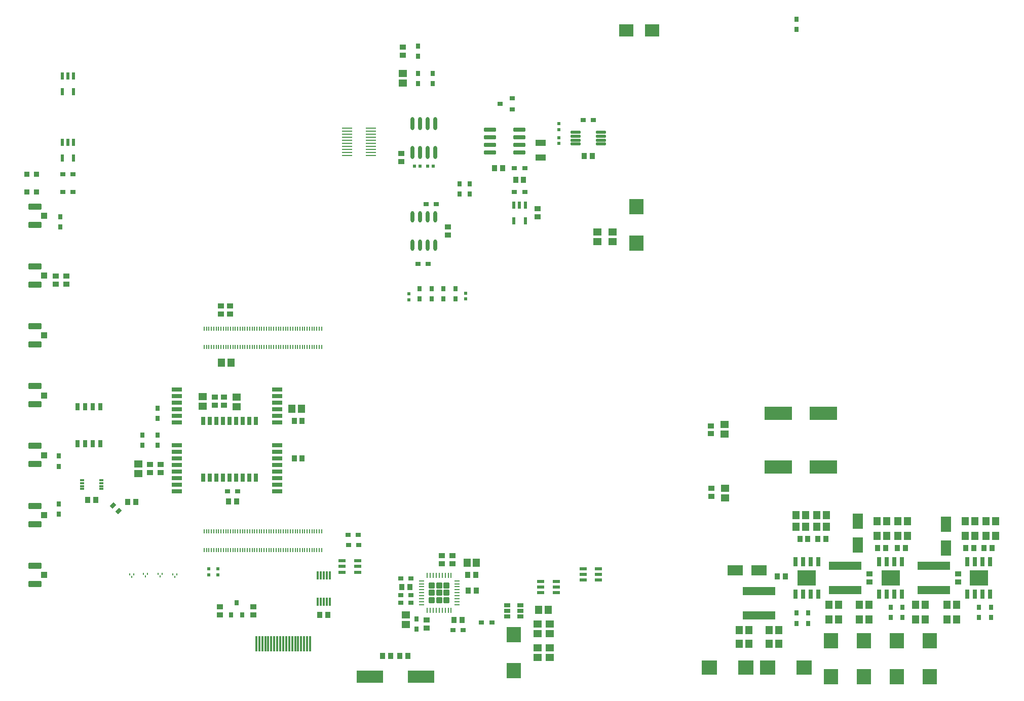
<source format=gtp>
G04*
G04 #@! TF.GenerationSoftware,Altium Limited,Altium Designer,24.4.1 (13)*
G04*
G04 Layer_Color=8421504*
%FSLAX44Y44*%
%MOMM*%
G71*
G04*
G04 #@! TF.SameCoordinates,DEE5000B-EDBE-4967-835A-DE593A8545BB*
G04*
G04*
G04 #@! TF.FilePolarity,Positive*
G04*
G01*
G75*
G04:AMPARAMS|DCode=22|XSize=0.99mm|YSize=0.99mm|CornerRadius=0.1238mm|HoleSize=0mm|Usage=FLASHONLY|Rotation=180.000|XOffset=0mm|YOffset=0mm|HoleType=Round|Shape=RoundedRectangle|*
%AMROUNDEDRECTD22*
21,1,0.9900,0.7425,0,0,180.0*
21,1,0.7425,0.9900,0,0,180.0*
1,1,0.2475,-0.3713,0.3713*
1,1,0.2475,0.3713,0.3713*
1,1,0.2475,0.3713,-0.3713*
1,1,0.2475,-0.3713,-0.3713*
%
%ADD22ROUNDEDRECTD22*%
%ADD23R,0.7000X1.4000*%
%ADD24R,0.8000X1.4000*%
%ADD25R,0.8000X1.4000*%
%ADD26R,0.7000X1.4000*%
%ADD27R,0.7000X1.4000*%
%ADD28R,0.8000X1.4000*%
%ADD29R,0.8000X1.4000*%
%ADD30R,0.7000X1.4000*%
%ADD31R,0.8000X0.9000*%
%ADD32R,1.0000X0.9000*%
%ADD33R,1.4000X1.3000*%
%ADD34R,0.2000X0.7000*%
%ADD35R,0.6000X1.1500*%
%ADD36R,0.9000X1.0000*%
%ADD37R,1.3000X1.4000*%
%ADD38R,0.6000X0.5000*%
%ADD39R,0.5000X0.6000*%
%ADD40O,0.6000X2.2000*%
%ADD41R,2.4500X2.5500*%
%ADD42R,5.5000X1.4300*%
%ADD43R,3.1000X2.6000*%
%ADD44R,0.6500X1.5250*%
%ADD45R,1.7000X2.5000*%
%ADD46R,1.1500X0.6000*%
%ADD47R,0.2000X0.4300*%
G04:AMPARAMS|DCode=48|XSize=2.2mm|YSize=1.05mm|CornerRadius=0.105mm|HoleSize=0mm|Usage=FLASHONLY|Rotation=180.000|XOffset=0mm|YOffset=0mm|HoleType=Round|Shape=RoundedRectangle|*
%AMROUNDEDRECTD48*
21,1,2.2000,0.8400,0,0,180.0*
21,1,1.9900,1.0500,0,0,180.0*
1,1,0.2100,-0.9950,0.4200*
1,1,0.2100,0.9950,0.4200*
1,1,0.2100,0.9950,-0.4200*
1,1,0.2100,-0.9950,-0.4200*
%
%ADD48ROUNDEDRECTD48*%
G04:AMPARAMS|DCode=49|XSize=1.05mm|YSize=1.05mm|CornerRadius=0.105mm|HoleSize=0mm|Usage=FLASHONLY|Rotation=90.000|XOffset=0mm|YOffset=0mm|HoleType=Round|Shape=RoundedRectangle|*
%AMROUNDEDRECTD49*
21,1,1.0500,0.8400,0,0,90.0*
21,1,0.8400,1.0500,0,0,90.0*
1,1,0.2100,0.4200,0.4200*
1,1,0.2100,0.4200,-0.4200*
1,1,0.2100,-0.4200,-0.4200*
1,1,0.2100,-0.4200,0.4200*
%
%ADD49ROUNDEDRECTD49*%
G04:AMPARAMS|DCode=50|XSize=0.625mm|YSize=0.85mm|CornerRadius=0mm|HoleSize=0mm|Usage=FLASHONLY|Rotation=135.000|XOffset=0mm|YOffset=0mm|HoleType=Round|Shape=Rectangle|*
%AMROTATEDRECTD50*
4,1,4,0.5215,0.0795,-0.0795,-0.5215,-0.5215,-0.0795,0.0795,0.5215,0.5215,0.0795,0.0*
%
%ADD50ROTATEDRECTD50*%

%ADD51R,0.8000X0.3000*%
%ADD52R,0.9000X0.9000*%
%ADD53R,0.3000X2.6000*%
%ADD54R,0.9000X0.8000*%
%ADD55O,0.6000X1.9000*%
%ADD56R,0.7600X1.2500*%
%ADD57R,1.8000X1.0000*%
G04:AMPARAMS|DCode=58|XSize=1.625mm|YSize=0.5mm|CornerRadius=0.0625mm|HoleSize=0mm|Usage=FLASHONLY|Rotation=0.000|XOffset=0mm|YOffset=0mm|HoleType=Round|Shape=RoundedRectangle|*
%AMROUNDEDRECTD58*
21,1,1.6250,0.3750,0,0,0.0*
21,1,1.5000,0.5000,0,0,0.0*
1,1,0.1250,0.7500,-0.1875*
1,1,0.1250,-0.7500,-0.1875*
1,1,0.1250,-0.7500,0.1875*
1,1,0.1250,0.7500,0.1875*
%
%ADD58ROUNDEDRECTD58*%
%ADD59R,1.8000X0.2500*%
%ADD60R,1.8000X0.8000*%
%ADD61R,0.3000X1.4000*%
%ADD62R,4.5000X2.0000*%
G04:AMPARAMS|DCode=63|XSize=0.825mm|YSize=0.25mm|CornerRadius=0.0313mm|HoleSize=0mm|Usage=FLASHONLY|Rotation=180.000|XOffset=0mm|YOffset=0mm|HoleType=Round|Shape=RoundedRectangle|*
%AMROUNDEDRECTD63*
21,1,0.8250,0.1875,0,0,180.0*
21,1,0.7625,0.2500,0,0,180.0*
1,1,0.0625,-0.3813,0.0938*
1,1,0.0625,0.3813,0.0938*
1,1,0.0625,0.3813,-0.0938*
1,1,0.0625,-0.3813,-0.0938*
%
%ADD63ROUNDEDRECTD63*%
G04:AMPARAMS|DCode=64|XSize=0.25mm|YSize=0.825mm|CornerRadius=0.0313mm|HoleSize=0mm|Usage=FLASHONLY|Rotation=180.000|XOffset=0mm|YOffset=0mm|HoleType=Round|Shape=RoundedRectangle|*
%AMROUNDEDRECTD64*
21,1,0.2500,0.7625,0,0,180.0*
21,1,0.1875,0.8250,0,0,180.0*
1,1,0.0625,-0.0938,0.3813*
1,1,0.0625,0.0938,0.3813*
1,1,0.0625,0.0938,-0.3813*
1,1,0.0625,-0.0938,-0.3813*
%
%ADD64ROUNDEDRECTD64*%
%ADD65R,1.0600X0.6500*%
%ADD66R,2.4500X2.1500*%
%ADD67R,4.5500X2.3000*%
G04:AMPARAMS|DCode=68|XSize=1.95mm|YSize=0.6mm|CornerRadius=0.075mm|HoleSize=0mm|Usage=FLASHONLY|Rotation=180.000|XOffset=0mm|YOffset=0mm|HoleType=Round|Shape=RoundedRectangle|*
%AMROUNDEDRECTD68*
21,1,1.9500,0.4500,0,0,180.0*
21,1,1.8000,0.6000,0,0,180.0*
1,1,0.1500,-0.9000,0.2250*
1,1,0.1500,0.9000,0.2250*
1,1,0.1500,0.9000,-0.2250*
1,1,0.1500,-0.9000,-0.2250*
%
%ADD68ROUNDEDRECTD68*%
%ADD69R,2.5000X1.7000*%
%ADD70R,2.5500X2.4500*%
D22*
X887980Y207740D02*
D03*
Y220040D02*
D03*
Y232340D02*
D03*
X875680Y207740D02*
D03*
Y220040D02*
D03*
Y232340D02*
D03*
X863380Y207740D02*
D03*
Y220040D02*
D03*
Y232340D02*
D03*
D23*
X569000Y507500D02*
D03*
D24*
X558000D02*
D03*
X536002Y507499D02*
D03*
X524998Y507501D02*
D03*
X514002Y507499D02*
D03*
X503000Y507500D02*
D03*
X513998Y412501D02*
D03*
X525001Y412499D02*
D03*
X535998Y412501D02*
D03*
D25*
X547000Y507500D02*
D03*
X492000D02*
D03*
D26*
X481000D02*
D03*
D27*
Y412500D02*
D03*
D28*
X492000D02*
D03*
X547000D02*
D03*
D29*
X503000D02*
D03*
X558000D02*
D03*
D30*
X569000D02*
D03*
D31*
X380000Y483500D02*
D03*
Y466500D02*
D03*
X405000D02*
D03*
Y483500D02*
D03*
X926500Y886500D02*
D03*
Y903500D02*
D03*
X910000Y886500D02*
D03*
Y903500D02*
D03*
X840000Y1133500D02*
D03*
Y1116500D02*
D03*
Y1071500D02*
D03*
Y1088500D02*
D03*
X865000Y1071500D02*
D03*
Y1088500D02*
D03*
X240000Y431500D02*
D03*
Y448500D02*
D03*
X242500Y831500D02*
D03*
Y848500D02*
D03*
X1472500Y1178500D02*
D03*
Y1161500D02*
D03*
X537000Y203000D02*
D03*
X546500Y183000D02*
D03*
X527500D02*
D03*
X883000Y711500D02*
D03*
Y728500D02*
D03*
X863000Y711500D02*
D03*
Y728500D02*
D03*
X903000Y711500D02*
D03*
Y728500D02*
D03*
X843000Y711500D02*
D03*
Y728500D02*
D03*
X405000Y511500D02*
D03*
Y528500D02*
D03*
X837500Y176000D02*
D03*
Y159000D02*
D03*
X1492500Y169000D02*
D03*
Y186000D02*
D03*
X1472500D02*
D03*
Y169000D02*
D03*
X1797500Y179000D02*
D03*
Y196000D02*
D03*
X1777500D02*
D03*
Y179000D02*
D03*
X1650000D02*
D03*
Y196000D02*
D03*
X1630000D02*
D03*
Y179000D02*
D03*
X240000Y351500D02*
D03*
Y368500D02*
D03*
D32*
X410000Y434250D02*
D03*
Y420750D02*
D03*
X392500Y434250D02*
D03*
Y420750D02*
D03*
X516000Y533250D02*
D03*
Y546750D02*
D03*
X501000Y533250D02*
D03*
Y546750D02*
D03*
X812500Y954250D02*
D03*
Y940750D02*
D03*
X815000Y1131750D02*
D03*
Y1118250D02*
D03*
X1742500Y238250D02*
D03*
Y251750D02*
D03*
X1330000Y499250D02*
D03*
Y485750D02*
D03*
X1330500Y394750D02*
D03*
Y381250D02*
D03*
X252500Y749250D02*
D03*
Y735750D02*
D03*
X235000Y749250D02*
D03*
Y735750D02*
D03*
X1040000Y848250D02*
D03*
Y861750D02*
D03*
X890000Y831750D02*
D03*
Y818250D02*
D03*
X565000Y196750D02*
D03*
Y183250D02*
D03*
X509000Y196750D02*
D03*
Y183250D02*
D03*
X526000Y686250D02*
D03*
Y699750D02*
D03*
X511000Y686250D02*
D03*
Y699750D02*
D03*
X880000Y281750D02*
D03*
Y268250D02*
D03*
X855000Y160750D02*
D03*
Y174250D02*
D03*
X898000Y281750D02*
D03*
Y268250D02*
D03*
X1595000Y251750D02*
D03*
Y238250D02*
D03*
D33*
X373000Y435000D02*
D03*
Y419000D02*
D03*
X537000Y531000D02*
D03*
Y547000D02*
D03*
X480000Y532000D02*
D03*
Y548000D02*
D03*
X815000Y1088000D02*
D03*
Y1072000D02*
D03*
X1352500Y501500D02*
D03*
Y485500D02*
D03*
X1353500Y395000D02*
D03*
Y379000D02*
D03*
X1165000Y823000D02*
D03*
Y807000D02*
D03*
X1140000Y823000D02*
D03*
Y807000D02*
D03*
X820000Y167000D02*
D03*
Y183000D02*
D03*
X1040000Y127750D02*
D03*
Y111750D02*
D03*
X1060000Y127750D02*
D03*
Y111750D02*
D03*
Y151750D02*
D03*
Y167750D02*
D03*
X1040000D02*
D03*
Y151750D02*
D03*
D34*
X679000Y661800D02*
D03*
Y631000D02*
D03*
X675000Y661800D02*
D03*
Y631000D02*
D03*
X671000Y661800D02*
D03*
Y631000D02*
D03*
X667000Y661800D02*
D03*
Y631000D02*
D03*
X663000Y661800D02*
D03*
Y631000D02*
D03*
X659000Y661800D02*
D03*
Y631000D02*
D03*
X655000Y661800D02*
D03*
Y631000D02*
D03*
X651000Y661800D02*
D03*
Y631000D02*
D03*
X647000Y661800D02*
D03*
Y631000D02*
D03*
X643000Y661800D02*
D03*
Y631000D02*
D03*
X639000Y661800D02*
D03*
Y631000D02*
D03*
X635000Y661800D02*
D03*
Y631000D02*
D03*
X631000Y661800D02*
D03*
Y631000D02*
D03*
X627000Y661800D02*
D03*
Y631000D02*
D03*
X623000Y661800D02*
D03*
Y631000D02*
D03*
X619000Y661800D02*
D03*
Y631000D02*
D03*
X615000Y661800D02*
D03*
Y631000D02*
D03*
X611000Y661800D02*
D03*
Y631000D02*
D03*
X607000Y661800D02*
D03*
Y631000D02*
D03*
X603000Y661800D02*
D03*
Y631000D02*
D03*
X599000Y661800D02*
D03*
Y631000D02*
D03*
X595000Y661800D02*
D03*
Y631000D02*
D03*
X591000Y661800D02*
D03*
Y631000D02*
D03*
X587000Y661800D02*
D03*
Y631000D02*
D03*
X583000Y661800D02*
D03*
Y631000D02*
D03*
X579000Y661800D02*
D03*
Y631000D02*
D03*
X575000Y661800D02*
D03*
Y631000D02*
D03*
X571000Y661800D02*
D03*
Y631000D02*
D03*
X567000Y661800D02*
D03*
Y631000D02*
D03*
X563000Y661800D02*
D03*
Y631000D02*
D03*
X559000Y661800D02*
D03*
Y631000D02*
D03*
X555000Y661800D02*
D03*
Y631000D02*
D03*
X551000Y661800D02*
D03*
Y631000D02*
D03*
X547000Y661800D02*
D03*
Y631000D02*
D03*
X543000Y661800D02*
D03*
Y631000D02*
D03*
X539000Y661800D02*
D03*
Y631000D02*
D03*
X535000Y661800D02*
D03*
Y631000D02*
D03*
X531000Y661800D02*
D03*
Y631000D02*
D03*
X527000Y661800D02*
D03*
Y631000D02*
D03*
X523000Y661800D02*
D03*
Y631000D02*
D03*
X519000Y661800D02*
D03*
Y631000D02*
D03*
X515000Y661800D02*
D03*
Y631000D02*
D03*
X511000Y661800D02*
D03*
Y631000D02*
D03*
X507000Y661800D02*
D03*
Y631000D02*
D03*
X503000Y661800D02*
D03*
Y631000D02*
D03*
X499000Y661800D02*
D03*
Y631000D02*
D03*
X495000Y661800D02*
D03*
Y631000D02*
D03*
X491000Y661800D02*
D03*
Y631000D02*
D03*
X487000Y661800D02*
D03*
Y631000D02*
D03*
X483000Y661800D02*
D03*
Y631000D02*
D03*
X679000Y322600D02*
D03*
Y291800D02*
D03*
X675000Y322600D02*
D03*
Y291800D02*
D03*
X671000Y322600D02*
D03*
Y291800D02*
D03*
X667000Y322600D02*
D03*
Y291800D02*
D03*
X663000Y322600D02*
D03*
Y291800D02*
D03*
X659000Y322600D02*
D03*
Y291800D02*
D03*
X655000Y322600D02*
D03*
Y291800D02*
D03*
X651000Y322600D02*
D03*
Y291800D02*
D03*
X647000Y322600D02*
D03*
Y291800D02*
D03*
X643000Y322600D02*
D03*
Y291800D02*
D03*
X639000Y322600D02*
D03*
Y291800D02*
D03*
X635000Y322600D02*
D03*
Y291800D02*
D03*
X631000Y322600D02*
D03*
Y291800D02*
D03*
X627000Y322600D02*
D03*
Y291800D02*
D03*
X623000Y322600D02*
D03*
Y291800D02*
D03*
X619000Y322600D02*
D03*
Y291800D02*
D03*
X615000Y322600D02*
D03*
Y291800D02*
D03*
X611000Y322600D02*
D03*
Y291800D02*
D03*
X607000Y322600D02*
D03*
Y291800D02*
D03*
X603000Y322600D02*
D03*
Y291800D02*
D03*
X599000Y322600D02*
D03*
Y291800D02*
D03*
X595000Y322600D02*
D03*
Y291800D02*
D03*
X591000Y322600D02*
D03*
Y291800D02*
D03*
X587000Y322600D02*
D03*
Y291800D02*
D03*
X583000Y322600D02*
D03*
Y291800D02*
D03*
X579000Y322600D02*
D03*
Y291800D02*
D03*
X575000Y322600D02*
D03*
Y291800D02*
D03*
X571000Y322600D02*
D03*
Y291800D02*
D03*
X567000Y322600D02*
D03*
Y291800D02*
D03*
X563000Y322600D02*
D03*
Y291800D02*
D03*
X559000Y322600D02*
D03*
Y291800D02*
D03*
X555000Y322600D02*
D03*
Y291800D02*
D03*
X551000Y322600D02*
D03*
Y291800D02*
D03*
X547000Y322600D02*
D03*
Y291800D02*
D03*
X543000Y322600D02*
D03*
Y291800D02*
D03*
X539000Y322600D02*
D03*
Y291800D02*
D03*
X535000Y322600D02*
D03*
Y291800D02*
D03*
X531000Y322600D02*
D03*
Y291800D02*
D03*
X527000Y322600D02*
D03*
Y291800D02*
D03*
X523000Y322600D02*
D03*
Y291800D02*
D03*
X519000Y322600D02*
D03*
Y291800D02*
D03*
X515000Y322600D02*
D03*
Y291800D02*
D03*
X511000Y322600D02*
D03*
Y291800D02*
D03*
X507000Y322600D02*
D03*
Y291800D02*
D03*
X503000Y322600D02*
D03*
Y291800D02*
D03*
X499000Y322600D02*
D03*
Y291800D02*
D03*
X495000Y322600D02*
D03*
Y291800D02*
D03*
X491000Y322600D02*
D03*
Y291800D02*
D03*
X487000Y322600D02*
D03*
Y291800D02*
D03*
X483000Y322600D02*
D03*
Y291800D02*
D03*
D35*
X264500Y947000D02*
D03*
X245500D02*
D03*
Y973000D02*
D03*
X255000D02*
D03*
X264500D02*
D03*
X1019500Y868000D02*
D03*
X1010000D02*
D03*
X1000500D02*
D03*
Y842000D02*
D03*
X1019500D02*
D03*
X264500Y1084000D02*
D03*
X255000D02*
D03*
X245500D02*
D03*
Y1058000D02*
D03*
X264500D02*
D03*
D36*
X523250Y372500D02*
D03*
X536750D02*
D03*
X633250Y445000D02*
D03*
X646750D02*
D03*
X633250Y507500D02*
D03*
X646750D02*
D03*
X1641500Y295000D02*
D03*
X1655000D02*
D03*
X1769250D02*
D03*
X1755750D02*
D03*
X1785750D02*
D03*
X1799250D02*
D03*
X936750Y250000D02*
D03*
X923250D02*
D03*
X368750Y372000D02*
D03*
X355250D02*
D03*
X288250Y375000D02*
D03*
X301750D02*
D03*
X1016750Y910000D02*
D03*
X1003250D02*
D03*
X1454250Y247500D02*
D03*
X1440750D02*
D03*
X689750Y183000D02*
D03*
X676250D02*
D03*
X781250Y114500D02*
D03*
X794750D02*
D03*
X823000D02*
D03*
X809500D02*
D03*
X1131750Y950000D02*
D03*
X1118250D02*
D03*
X981750Y930000D02*
D03*
X968250D02*
D03*
X937750Y224000D02*
D03*
X924250D02*
D03*
X914000Y174500D02*
D03*
X900500D02*
D03*
X813250Y230000D02*
D03*
X826750D02*
D03*
X1478250Y310000D02*
D03*
X1491750D02*
D03*
X1521750D02*
D03*
X1508250D02*
D03*
X1608250Y295000D02*
D03*
X1621750D02*
D03*
D37*
X645500Y527500D02*
D03*
X629500D02*
D03*
X1724500Y200000D02*
D03*
X1740500D02*
D03*
X1724500Y175000D02*
D03*
X1740500D02*
D03*
X1789500Y315000D02*
D03*
X1805500D02*
D03*
X1754500D02*
D03*
X1770500D02*
D03*
Y340000D02*
D03*
X1754500D02*
D03*
X1789500D02*
D03*
X1805500D02*
D03*
X938000Y270000D02*
D03*
X922000D02*
D03*
X1058000Y191750D02*
D03*
X1042000D02*
D03*
X1488000Y330000D02*
D03*
X1472000D02*
D03*
X1488000Y350000D02*
D03*
X1472000D02*
D03*
X1507000Y330000D02*
D03*
X1523000D02*
D03*
X1507000Y350000D02*
D03*
X1523000D02*
D03*
X1443000Y157500D02*
D03*
X1427000D02*
D03*
X1443000Y135000D02*
D03*
X1427000D02*
D03*
X1393000D02*
D03*
X1377000D02*
D03*
X1393000Y157500D02*
D03*
X1377000D02*
D03*
X1594000Y175000D02*
D03*
X1578000D02*
D03*
X1672000D02*
D03*
X1688000D02*
D03*
X1672000Y200000D02*
D03*
X1688000D02*
D03*
X1658000Y315000D02*
D03*
X1642000D02*
D03*
X1594000Y200000D02*
D03*
X1578000D02*
D03*
X1527000Y175000D02*
D03*
X1543000D02*
D03*
X1527000Y200000D02*
D03*
X1543000D02*
D03*
X528000Y605000D02*
D03*
X512000D02*
D03*
X1607000Y315000D02*
D03*
X1623000D02*
D03*
X1607000Y340000D02*
D03*
X1623000D02*
D03*
X1658000D02*
D03*
X1642000D02*
D03*
D38*
X1076000Y1004000D02*
D03*
Y994000D02*
D03*
Y971000D02*
D03*
Y981000D02*
D03*
X506000Y250000D02*
D03*
Y260000D02*
D03*
X491000D02*
D03*
Y250000D02*
D03*
X825000Y720000D02*
D03*
Y710000D02*
D03*
X920000Y721000D02*
D03*
Y711000D02*
D03*
D39*
X856000Y933500D02*
D03*
X866000D02*
D03*
X844000D02*
D03*
X834000D02*
D03*
D40*
X856350Y1004000D02*
D03*
X869050D02*
D03*
X856350Y956000D02*
D03*
X843650Y1004000D02*
D03*
X830950D02*
D03*
X843650Y956000D02*
D03*
X869050D02*
D03*
X830950D02*
D03*
D41*
X1205000Y865250D02*
D03*
Y804750D02*
D03*
X1695000Y140250D02*
D03*
Y79750D02*
D03*
X1000000Y150000D02*
D03*
Y89500D02*
D03*
X1640000Y140250D02*
D03*
Y79750D02*
D03*
X1585000Y140250D02*
D03*
Y79750D02*
D03*
X1530000Y140250D02*
D03*
Y79750D02*
D03*
D42*
X1702500Y224800D02*
D03*
Y265200D02*
D03*
X1554000Y224800D02*
D03*
Y265200D02*
D03*
X1410000Y182300D02*
D03*
Y222700D02*
D03*
D43*
X1490000Y245000D02*
D03*
X1777500D02*
D03*
X1630000D02*
D03*
D44*
X1470950Y272120D02*
D03*
X1483650D02*
D03*
X1496350D02*
D03*
X1509050D02*
D03*
Y217880D02*
D03*
X1496350D02*
D03*
X1483650D02*
D03*
X1470950D02*
D03*
X1758450D02*
D03*
X1771150D02*
D03*
X1783850D02*
D03*
X1796550D02*
D03*
Y272120D02*
D03*
X1783850D02*
D03*
X1771150D02*
D03*
X1758450D02*
D03*
X1610950Y217880D02*
D03*
X1623650D02*
D03*
X1636350D02*
D03*
X1649050D02*
D03*
Y272120D02*
D03*
X1636350D02*
D03*
X1623650D02*
D03*
X1610950D02*
D03*
D45*
X1722500Y295000D02*
D03*
Y335000D02*
D03*
X1575000Y300000D02*
D03*
Y340000D02*
D03*
D46*
X1045000Y220250D02*
D03*
Y229750D02*
D03*
Y239250D02*
D03*
X1071000D02*
D03*
Y229750D02*
D03*
Y220250D02*
D03*
X1116000Y241250D02*
D03*
Y250750D02*
D03*
Y260250D02*
D03*
X1142000D02*
D03*
Y250750D02*
D03*
Y241250D02*
D03*
X713500Y273500D02*
D03*
Y264000D02*
D03*
Y254500D02*
D03*
X739500D02*
D03*
Y264000D02*
D03*
Y273500D02*
D03*
D47*
X434000Y246900D02*
D03*
X430500Y251100D02*
D03*
X437500D02*
D03*
X409000Y247000D02*
D03*
X405500Y251200D02*
D03*
X412500D02*
D03*
X385000Y247000D02*
D03*
X381500Y251200D02*
D03*
X388500D02*
D03*
X362000Y246900D02*
D03*
X358500Y251100D02*
D03*
X365500D02*
D03*
D48*
X200000Y365400D02*
D03*
Y335000D02*
D03*
Y265400D02*
D03*
Y235000D02*
D03*
Y435000D02*
D03*
Y465400D02*
D03*
Y565400D02*
D03*
Y535000D02*
D03*
Y635000D02*
D03*
Y665400D02*
D03*
Y765400D02*
D03*
Y735000D02*
D03*
Y865400D02*
D03*
Y835000D02*
D03*
D49*
X215000Y350000D02*
D03*
Y250000D02*
D03*
Y450000D02*
D03*
Y550000D02*
D03*
Y650000D02*
D03*
Y750000D02*
D03*
Y850000D02*
D03*
D50*
X339685Y356315D02*
D03*
X330315Y365685D02*
D03*
D51*
X279000Y408500D02*
D03*
Y403500D02*
D03*
Y398500D02*
D03*
Y393500D02*
D03*
X311000D02*
D03*
Y398500D02*
D03*
Y403500D02*
D03*
Y408500D02*
D03*
D52*
X187000Y920000D02*
D03*
X203000D02*
D03*
Y890000D02*
D03*
X187000D02*
D03*
D53*
X570000Y135100D02*
D03*
X575000D02*
D03*
X580000D02*
D03*
X585000D02*
D03*
X590000D02*
D03*
X595000D02*
D03*
X600000D02*
D03*
X605000D02*
D03*
X610000D02*
D03*
X615000D02*
D03*
X620000D02*
D03*
X625000D02*
D03*
X630000D02*
D03*
X635000D02*
D03*
X640000D02*
D03*
X645000D02*
D03*
X650000D02*
D03*
X655000D02*
D03*
X660000D02*
D03*
D54*
X1001500Y890000D02*
D03*
X1018500D02*
D03*
X857500Y770000D02*
D03*
X840500D02*
D03*
X1133500Y1010000D02*
D03*
X1116500D02*
D03*
X871000Y870000D02*
D03*
X854000D02*
D03*
X538500Y390000D02*
D03*
X521500D02*
D03*
X899000Y157500D02*
D03*
X916000D02*
D03*
X1001500Y930000D02*
D03*
X1018500D02*
D03*
X828500Y203000D02*
D03*
X811500D02*
D03*
X828500Y244000D02*
D03*
X811500D02*
D03*
X828500Y216000D02*
D03*
X811500D02*
D03*
X946500Y170000D02*
D03*
X963500D02*
D03*
X263500Y920000D02*
D03*
X246500D02*
D03*
X263500Y890000D02*
D03*
X246500D02*
D03*
X997500Y1028000D02*
D03*
Y1047000D02*
D03*
X977500Y1037500D02*
D03*
X740500Y317000D02*
D03*
X723500D02*
D03*
X724000Y300000D02*
D03*
X741000D02*
D03*
D55*
X843650Y848500D02*
D03*
X830950D02*
D03*
X843650Y801500D02*
D03*
X856350Y848500D02*
D03*
X869050D02*
D03*
X856350Y801500D02*
D03*
X869050D02*
D03*
X830950D02*
D03*
D56*
X309050Y530750D02*
D03*
Y469250D02*
D03*
X296350Y530750D02*
D03*
Y469250D02*
D03*
X283650Y530750D02*
D03*
Y469250D02*
D03*
X270950Y530750D02*
D03*
Y469250D02*
D03*
D57*
X1045000Y947500D02*
D03*
Y972500D02*
D03*
D58*
X1146125Y989750D02*
D03*
Y983250D02*
D03*
Y976750D02*
D03*
Y970250D02*
D03*
X1103875D02*
D03*
Y976750D02*
D03*
Y983250D02*
D03*
Y989750D02*
D03*
D59*
X761675Y981173D02*
D03*
X721675Y976093D02*
D03*
Y960853D02*
D03*
X761675Y950693D02*
D03*
X721675Y981173D02*
D03*
Y986253D02*
D03*
Y991333D02*
D03*
Y996413D02*
D03*
Y950693D02*
D03*
Y955773D02*
D03*
X761675Y991333D02*
D03*
Y996413D02*
D03*
Y986253D02*
D03*
Y976093D02*
D03*
Y971013D02*
D03*
X721675D02*
D03*
X761675Y965933D02*
D03*
X721675D02*
D03*
X761675Y960853D02*
D03*
Y955773D02*
D03*
D60*
X605000Y390000D02*
D03*
Y401000D02*
D03*
Y412000D02*
D03*
Y423000D02*
D03*
Y456000D02*
D03*
Y516000D02*
D03*
Y549000D02*
D03*
Y560000D02*
D03*
X437000D02*
D03*
Y538000D02*
D03*
Y467000D02*
D03*
Y390000D02*
D03*
Y549000D02*
D03*
Y401000D02*
D03*
Y516000D02*
D03*
Y527000D02*
D03*
Y505000D02*
D03*
X605000D02*
D03*
X437000Y445000D02*
D03*
Y456000D02*
D03*
X605000Y538000D02*
D03*
Y445000D02*
D03*
Y527000D02*
D03*
X437000Y434000D02*
D03*
X605000D02*
D03*
Y467000D02*
D03*
X437000Y423000D02*
D03*
Y412000D02*
D03*
D61*
X673000Y249000D02*
D03*
X678000D02*
D03*
X683000D02*
D03*
X688000D02*
D03*
X693000D02*
D03*
Y205000D02*
D03*
X688000D02*
D03*
X683000D02*
D03*
X678000D02*
D03*
X673000D02*
D03*
D62*
X845000Y80000D02*
D03*
X760000D02*
D03*
D63*
X905055Y200040D02*
D03*
Y205040D02*
D03*
Y210040D02*
D03*
Y215040D02*
D03*
Y220040D02*
D03*
Y225040D02*
D03*
Y230040D02*
D03*
Y235040D02*
D03*
Y240040D02*
D03*
X846305D02*
D03*
Y235040D02*
D03*
Y230040D02*
D03*
Y225040D02*
D03*
Y220040D02*
D03*
Y215040D02*
D03*
Y210040D02*
D03*
Y205040D02*
D03*
Y200040D02*
D03*
D64*
X895680Y249415D02*
D03*
X890680D02*
D03*
X885680D02*
D03*
X880680D02*
D03*
X875680D02*
D03*
X870680D02*
D03*
X865680D02*
D03*
X860680D02*
D03*
X855680D02*
D03*
Y190665D02*
D03*
X860680D02*
D03*
X865680D02*
D03*
X870680D02*
D03*
X875680D02*
D03*
X880680D02*
D03*
X885680D02*
D03*
X890680D02*
D03*
X895680D02*
D03*
D65*
X1011000Y180250D02*
D03*
Y189750D02*
D03*
Y199250D02*
D03*
X989000D02*
D03*
Y189750D02*
D03*
Y180250D02*
D03*
D66*
X1231500Y1160000D02*
D03*
X1188500D02*
D03*
D67*
X1442000Y430000D02*
D03*
X1518000D02*
D03*
Y520000D02*
D03*
X1442000D02*
D03*
D68*
X1009750Y955950D02*
D03*
Y968650D02*
D03*
Y981350D02*
D03*
Y994050D02*
D03*
X960250D02*
D03*
Y981350D02*
D03*
Y968650D02*
D03*
Y955950D02*
D03*
D69*
X1410000Y257500D02*
D03*
X1370000D02*
D03*
D70*
X1424750Y95000D02*
D03*
X1485250D02*
D03*
X1387750D02*
D03*
X1327250D02*
D03*
M02*

</source>
